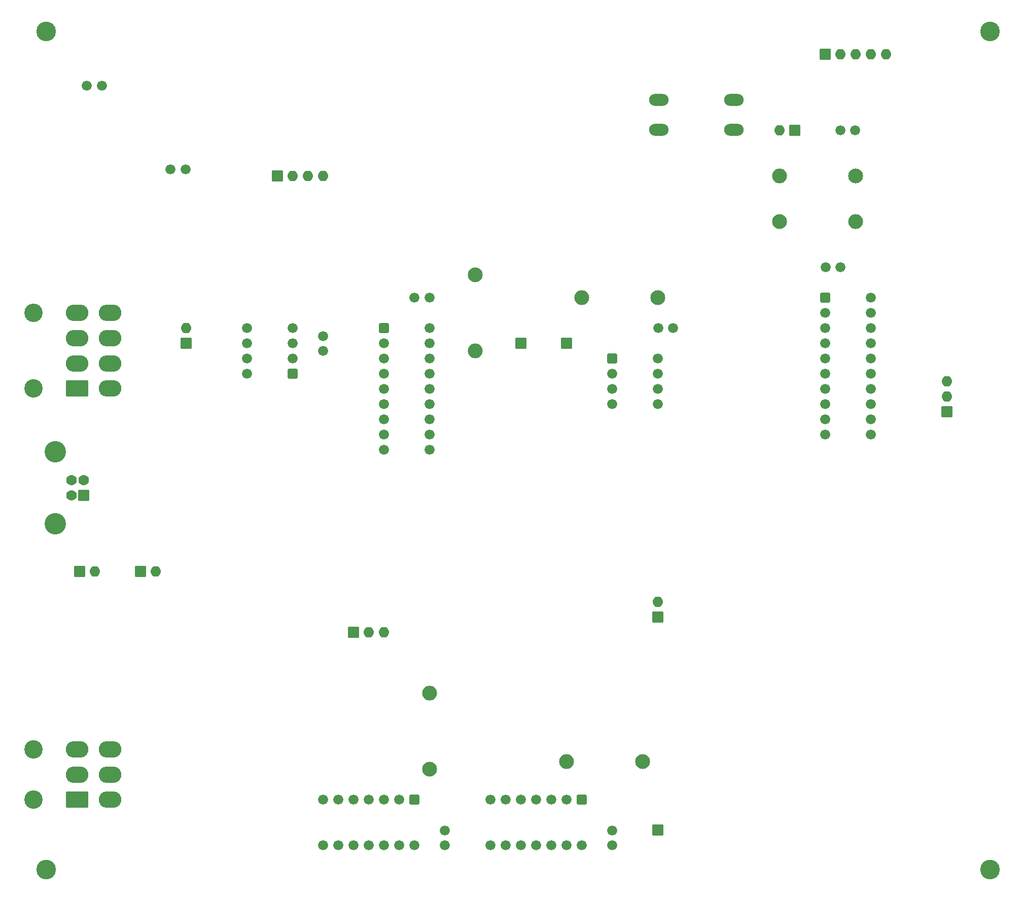
<source format=gbr>
%TF.GenerationSoftware,KiCad,Pcbnew,9.0.0*%
%TF.CreationDate,2025-09-27T10:55:47-04:00*%
%TF.ProjectId,can_gauge_interface,63616e5f-6761-4756-9765-5f696e746572,0.1*%
%TF.SameCoordinates,Original*%
%TF.FileFunction,Soldermask,Bot*%
%TF.FilePolarity,Negative*%
%FSLAX46Y46*%
G04 Gerber Fmt 4.6, Leading zero omitted, Abs format (unit mm)*
G04 Created by KiCad (PCBNEW 9.0.0) date 2025-09-27 10:55:47*
%MOMM*%
%LPD*%
G01*
G04 APERTURE LIST*
G04 Aperture macros list*
%AMRoundRect*
0 Rectangle with rounded corners*
0 $1 Rounding radius*
0 $2 $3 $4 $5 $6 $7 $8 $9 X,Y pos of 4 corners*
0 Add a 4 corners polygon primitive as box body*
4,1,4,$2,$3,$4,$5,$6,$7,$8,$9,$2,$3,0*
0 Add four circle primitives for the rounded corners*
1,1,$1+$1,$2,$3*
1,1,$1+$1,$4,$5*
1,1,$1+$1,$6,$7*
1,1,$1+$1,$8,$9*
0 Add four rect primitives between the rounded corners*
20,1,$1+$1,$2,$3,$4,$5,0*
20,1,$1+$1,$4,$5,$6,$7,0*
20,1,$1+$1,$6,$7,$8,$9,0*
20,1,$1+$1,$8,$9,$2,$3,0*%
G04 Aperture macros list end*
%ADD10RoundRect,0.038000X0.850000X0.850000X-0.850000X0.850000X-0.850000X-0.850000X0.850000X-0.850000X0*%
%ADD11O,1.776000X1.776000*%
%ADD12RoundRect,0.261875X-0.576125X0.576125X-0.576125X-0.576125X0.576125X-0.576125X0.576125X0.576125X0*%
%ADD13C,1.676000*%
%ADD14RoundRect,0.038000X-0.850000X-0.850000X0.850000X-0.850000X0.850000X0.850000X-0.850000X0.850000X0*%
%ADD15RoundRect,0.038000X0.850000X-0.850000X0.850000X0.850000X-0.850000X0.850000X-0.850000X-0.850000X0*%
%ADD16RoundRect,0.038000X-0.850000X0.850000X-0.850000X-0.850000X0.850000X-0.850000X0.850000X0.850000X0*%
%ADD17RoundRect,0.261875X-0.576125X-0.576125X0.576125X-0.576125X0.576125X0.576125X-0.576125X0.576125X0*%
%ADD18C,2.476000*%
%ADD19O,2.476000X2.476000*%
%ADD20O,3.276000X1.976000*%
%ADD21C,3.076000*%
%ADD22RoundRect,0.257038X1.630962X-1.130962X1.630962X1.130962X-1.630962X1.130962X-1.630962X-1.130962X0*%
%ADD23O,3.776000X2.776000*%
%ADD24C,1.776000*%
%ADD25C,3.576000*%
%ADD26C,3.276000*%
%ADD27RoundRect,0.261875X0.576125X0.576125X-0.576125X0.576125X-0.576125X-0.576125X0.576125X-0.576125X0*%
G04 APERTURE END LIST*
D10*
%TO.C,JP5*%
X55880000Y-134620000D03*
D11*
X55880000Y-132080000D03*
%TD*%
D12*
%TO.C,U8*%
X121920000Y-210820000D03*
D13*
X119380000Y-210820000D03*
X116840000Y-210820000D03*
X114300000Y-210820000D03*
X111760000Y-210820000D03*
X109220000Y-210820000D03*
X106680000Y-210820000D03*
X106680000Y-218440000D03*
X109220000Y-218440000D03*
X111760000Y-218440000D03*
X114300000Y-218440000D03*
X116840000Y-218440000D03*
X119380000Y-218440000D03*
X121920000Y-218440000D03*
%TD*%
%TO.C,C15*%
X137160000Y-132080000D03*
X134660000Y-132080000D03*
%TD*%
D14*
%TO.C,J6*%
X111760000Y-134620000D03*
%TD*%
D15*
%TO.C,JP3*%
X38100000Y-172720000D03*
D11*
X40640000Y-172720000D03*
%TD*%
D13*
%TO.C,C13*%
X93980000Y-127000000D03*
X96480000Y-127000000D03*
%TD*%
D15*
%TO.C,J4*%
X162500000Y-86360000D03*
D11*
X165040000Y-86360000D03*
X167580000Y-86360000D03*
X170120000Y-86360000D03*
X172660000Y-86360000D03*
%TD*%
D13*
%TO.C,C16*%
X99060000Y-215940000D03*
X99060000Y-218440000D03*
%TD*%
D10*
%TO.C,JP2*%
X182880000Y-146035000D03*
D11*
X182880000Y-143495000D03*
X182880000Y-140955000D03*
%TD*%
D16*
%TO.C,JP1*%
X157420000Y-99060000D03*
D11*
X154880000Y-99060000D03*
%TD*%
D13*
%TO.C,C4*%
X39255000Y-91585000D03*
X41755000Y-91585000D03*
%TD*%
%TO.C,C12*%
X165040000Y-99060000D03*
X167540000Y-99060000D03*
%TD*%
D17*
%TO.C,U4*%
X127000000Y-137160000D03*
D13*
X127000000Y-139700000D03*
X127000000Y-142240000D03*
X127000000Y-144780000D03*
X134620000Y-144780000D03*
X134620000Y-142240000D03*
X134620000Y-139700000D03*
X134620000Y-137160000D03*
%TD*%
D18*
%TO.C,R10*%
X132080000Y-204470000D03*
D19*
X119380000Y-204470000D03*
%TD*%
D10*
%TO.C,J8*%
X134620000Y-180340000D03*
D11*
X134620000Y-177800000D03*
%TD*%
D13*
%TO.C,C5*%
X53245000Y-105555000D03*
X55745000Y-105555000D03*
%TD*%
D20*
%TO.C,SW1*%
X134760000Y-93980000D03*
X147260000Y-93980000D03*
X134760000Y-98980000D03*
X147260000Y-98980000D03*
%TD*%
D21*
%TO.C,J3*%
X30380000Y-210820000D03*
X30380000Y-202420000D03*
D22*
X37680000Y-210820000D03*
D23*
X37680000Y-206620000D03*
X37680000Y-202420000D03*
X43180000Y-210820000D03*
X43180000Y-206620000D03*
X43180000Y-202420000D03*
%TD*%
D18*
%TO.C,R11*%
X96520000Y-205740000D03*
D19*
X96520000Y-193040000D03*
%TD*%
D21*
%TO.C,J2*%
X30380000Y-142140000D03*
X30380000Y-129540000D03*
D22*
X37680000Y-142140000D03*
D23*
X37680000Y-137940000D03*
X37680000Y-133740000D03*
X37680000Y-129540000D03*
X43180000Y-142140000D03*
X43180000Y-137940000D03*
X43180000Y-133740000D03*
X43180000Y-129540000D03*
%TD*%
D13*
%TO.C,C14*%
X78740000Y-135890000D03*
X78740000Y-133390000D03*
%TD*%
D12*
%TO.C,U9*%
X93980000Y-210820000D03*
D13*
X91440000Y-210820000D03*
X88900000Y-210820000D03*
X86360000Y-210820000D03*
X83820000Y-210820000D03*
X81280000Y-210820000D03*
X78740000Y-210820000D03*
X78740000Y-218440000D03*
X81280000Y-218440000D03*
X83820000Y-218440000D03*
X86360000Y-218440000D03*
X88900000Y-218440000D03*
X91440000Y-218440000D03*
X93980000Y-218440000D03*
%TD*%
D10*
%TO.C,J1*%
X38735000Y-159980000D03*
D24*
X38735000Y-157480000D03*
X36735000Y-157480000D03*
X36735000Y-159980000D03*
D25*
X34025000Y-164750000D03*
X34025000Y-152710000D03*
%TD*%
D26*
%TO.C,H2*%
X32500000Y-222500000D03*
%TD*%
%TO.C,H3*%
X190000000Y-222500000D03*
%TD*%
%TO.C,H4*%
X190000000Y-82500000D03*
%TD*%
D15*
%TO.C,J9*%
X71120000Y-106680000D03*
D11*
X73660000Y-106680000D03*
X76200000Y-106680000D03*
X78740000Y-106680000D03*
%TD*%
D15*
%TO.C,JP4*%
X48260000Y-172720000D03*
D11*
X50800000Y-172720000D03*
%TD*%
D17*
%TO.C,U1*%
X162560000Y-127000000D03*
D13*
X162560000Y-129540000D03*
X162560000Y-132080000D03*
X162560000Y-134620000D03*
X162560000Y-137160000D03*
X162560000Y-139700000D03*
X162560000Y-142240000D03*
X162560000Y-144780000D03*
X162560000Y-147320000D03*
X162560000Y-149860000D03*
X170180000Y-149860000D03*
X170180000Y-147320000D03*
X170180000Y-144780000D03*
X170180000Y-142240000D03*
X170180000Y-139700000D03*
X170180000Y-137160000D03*
X170180000Y-134620000D03*
X170180000Y-132080000D03*
X170180000Y-129540000D03*
X170180000Y-127000000D03*
%TD*%
D18*
%TO.C,R9*%
X134620000Y-127000000D03*
D19*
X121920000Y-127000000D03*
%TD*%
D17*
%TO.C,U2*%
X88900000Y-132080000D03*
D13*
X88900000Y-134620000D03*
X88900000Y-137160000D03*
X88900000Y-139700000D03*
X88900000Y-142240000D03*
X88900000Y-144780000D03*
X88900000Y-147320000D03*
X88900000Y-149860000D03*
X88900000Y-152400000D03*
X96520000Y-152400000D03*
X96520000Y-149860000D03*
X96520000Y-147320000D03*
X96520000Y-144780000D03*
X96520000Y-142240000D03*
X96520000Y-139700000D03*
X96520000Y-137160000D03*
X96520000Y-134620000D03*
X96520000Y-132080000D03*
%TD*%
D18*
%TO.C,R7*%
X104140000Y-123190000D03*
D19*
X104140000Y-135890000D03*
%TD*%
D13*
%TO.C,C10*%
X162600000Y-121920000D03*
X165100000Y-121920000D03*
%TD*%
D14*
%TO.C,J7*%
X119380000Y-134620000D03*
%TD*%
D18*
%TO.C,R6*%
X167640000Y-106680000D03*
D19*
X154940000Y-106680000D03*
%TD*%
D26*
%TO.C,H1*%
X32500000Y-82500000D03*
%TD*%
D14*
%TO.C,J10*%
X134620000Y-215900000D03*
%TD*%
D27*
%TO.C,U3*%
X73660000Y-139700000D03*
D13*
X73660000Y-137160000D03*
X73660000Y-134620000D03*
X73660000Y-132080000D03*
X66040000Y-132080000D03*
X66040000Y-134620000D03*
X66040000Y-137160000D03*
X66040000Y-139700000D03*
%TD*%
%TO.C,C17*%
X127000000Y-215940000D03*
X127000000Y-218440000D03*
%TD*%
D15*
%TO.C,J5*%
X83820000Y-182880000D03*
D11*
X86360000Y-182880000D03*
X88900000Y-182880000D03*
%TD*%
D18*
%TO.C,R4*%
X154940000Y-114300000D03*
D19*
X167640000Y-114300000D03*
%TD*%
M02*

</source>
